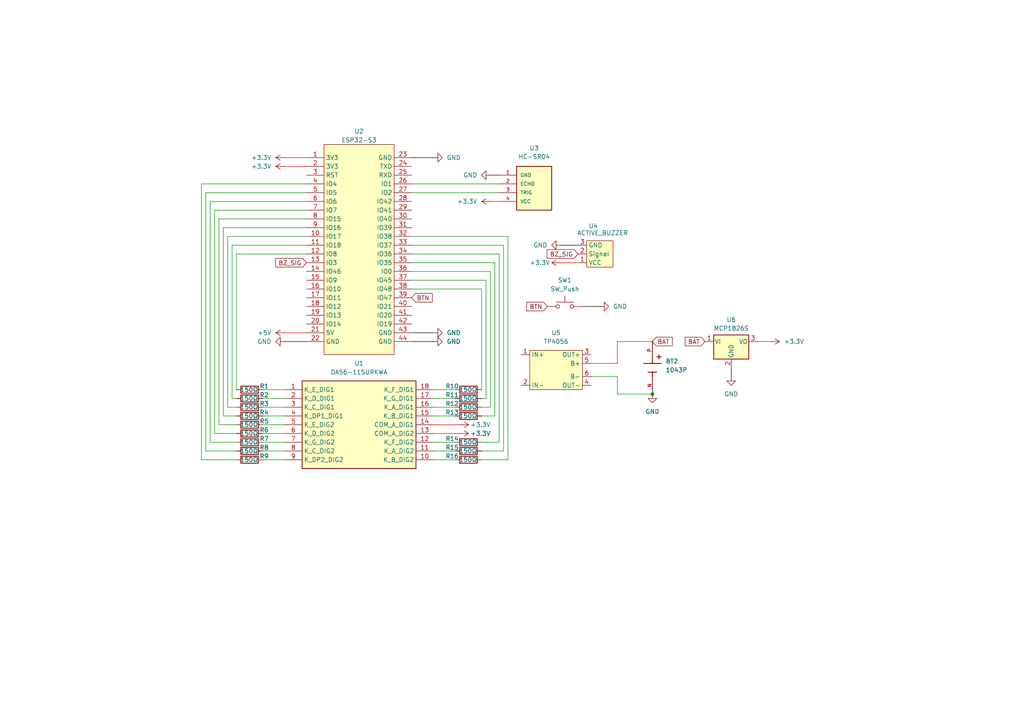
<source format=kicad_sch>
(kicad_sch (version 20231120) (generator "eeschema") (generator_version "8.0")
  (paper "A4")
  (lib_symbols
    (symbol "1043P:1043P" (pin_names (offset 1.016) hide)
      (property "Reference" "BT" (at -3.81 3.81 0))
      (property "Value" "1043P" (at -3.81 -5.08 0))
      (symbol "1043P_0_0"
        (polyline (pts (xy -3.81 1.905) (xy -2.54 1.905)) (stroke (width 0.254)))
        (polyline (pts (xy -3.175 2.54) (xy -3.175 1.27)) (stroke (width 0.254)))
        (polyline (pts (xy -1.27 0) (xy -2.54 0)) (stroke (width 0.254)))
        (polyline (pts (xy -1.27 0) (xy -1.27 -2.54)) (stroke (width 0.254)))
        (polyline (pts (xy -1.27 2.54) (xy -1.27 0)) (stroke (width 0.254)))
        (polyline (pts (xy 1.27 0) (xy 1.27 -1.27)) (stroke (width 0.254)))
        (polyline (pts (xy 1.27 0) (xy 2.54 0)) (stroke (width 0.254)))
        (polyline (pts (xy 1.27 1.27) (xy 1.27 0)) (stroke (width 0.254)))
        (pin passive line (at 7.62 0 180) (length 5.08) (name "~") (number "N"))
        (pin passive line (at -7.62 0 0) (length 5.08) (name "~") (number "P"))
      )
    )
    (symbol "7-segment:DA56-11SURKWA"
      (property "Reference" "DS" (at 39.37 7.62 0))
      (property "Value" "DA56-11SURKWA" (at 39.37 5.08 0))
      (symbol "DA56-11SURKWA_1_1"
        (rectangle (start 5.08 2.54) (end 38.1 -22.86) (stroke (width 0.254)) (fill (type background)))
        (pin passive line (at 0 0 0) (length 5.08) (name "K_E_DIG1") (number "1"))
        (pin passive line (at 43.18 -20.32 180) (length 5.08) (name "K_B_DIG2") (number "10"))
        (pin passive line (at 43.18 -17.78 180) (length 5.08) (name "K_A_DIG2") (number "11"))
        (pin passive line (at 43.18 -15.24 180) (length 5.08) (name "K_F_DIG2") (number "12"))
        (pin passive line (at 43.18 -12.7 180) (length 5.08) (name "COM_A_DIG2") (number "13"))
        (pin passive line (at 43.18 -10.16 180) (length 5.08) (name "COM_A_DIG1") (number "14"))
        (pin passive line (at 43.18 -7.62 180) (length 5.08) (name "K_B_DIG1") (number "15"))
        (pin passive line (at 43.18 -5.08 180) (length 5.08) (name "K_A_DIG1") (number "16"))
        (pin passive line (at 43.18 -2.54 180) (length 5.08) (name "K_G_DIG1") (number "17"))
        (pin passive line (at 43.18 0 180) (length 5.08) (name "K_F_DIG1") (number "18"))
        (pin passive line (at 0 -2.54 0) (length 5.08) (name "K_D_DIG1") (number "2"))
        (pin passive line (at 0 -5.08 0) (length 5.08) (name "K_C_DIG1") (number "3"))
        (pin passive line (at 0 -7.62 0) (length 5.08) (name "K_DP1_DIG1") (number "4"))
        (pin passive line (at 0 -10.16 0) (length 5.08) (name "K_E_DIG2") (number "5"))
        (pin passive line (at 0 -12.7 0) (length 5.08) (name "K_D_DIG2") (number "6"))
        (pin passive line (at 0 -15.24 0) (length 5.08) (name "K_G_DIG2") (number "7"))
        (pin passive line (at 0 -17.78 0) (length 5.08) (name "K_C_DIG2") (number "8"))
        (pin passive line (at 0 -20.32 0) (length 5.08) (name "K_DP2_DIG2") (number "9"))
      )
    )
    (symbol "Device:R" (pin_numbers hide) (pin_names (offset 0))
      (property "Reference" "R" (at 2.032 0 90))
      (property "Value" "R" (at 0 0 90))
      (symbol "R_0_1"
        (rectangle (start -1.016 -2.54) (end 1.016 2.54) (stroke (width 0.254)))
      )
      (symbol "R_1_1"
        (pin passive line (at 0 3.81 270) (length 1.27) (name "~") (number "1"))
        (pin passive line (at 0 -3.81 90) (length 1.27) (name "~") (number "2"))
      )
    )
    (symbol "ESP32-S3_DEV_KIT_N16R8:esp32-s3-dev-kit-n8r8"
      (property "Reference" "U" (at -9.144 31.496 0))
      (symbol "esp32-s3-dev-kit-n8r8_1_1"
        (rectangle (start -10.16 29.21) (end 10.16 -31.75) (fill (type background)))
        (pin power_in line (at -15.24 25.4 0) (length 5.08) (name "3V3") (number "1"))
        (pin bidirectional line (at -15.24 2.54 0) (length 5.08) (name "IO17") (number "10"))
        (pin bidirectional line (at -15.24 0 0) (length 5.08) (name "IO18") (number "11"))
        (pin bidirectional line (at -15.24 -2.54 0) (length 5.08) (name "IO8") (number "12"))
        (pin bidirectional line (at -15.24 -5.08 0) (length 5.08) (name "IO3") (number "13"))
        (pin bidirectional line (at -15.24 -7.62 0) (length 5.08) (name "IO46") (number "14"))
        (pin bidirectional line (at -15.24 -10.16 0) (length 5.08) (name "IO9") (number "15"))
        (pin bidirectional line (at -15.24 -12.7 0) (length 5.08) (name "IO10") (number "16"))
        (pin bidirectional line (at -15.24 -15.24 0) (length 5.08) (name "IO11") (number "17"))
        (pin bidirectional line (at -15.24 -17.78 0) (length 5.08) (name "IO12") (number "18"))
        (pin bidirectional line (at -15.24 -20.32 0) (length 5.08) (name "IO13") (number "19"))
        (pin power_in line (at -15.24 22.86 0) (length 5.08) (name "3V3") (number "2"))
        (pin bidirectional line (at -15.24 -22.86 0) (length 5.08) (name "IO14") (number "20"))
        (pin power_in line (at -15.24 -25.4 0) (length 5.08) (name "5V") (number "21"))
        (pin power_in line (at -15.24 -27.94 0) (length 5.08) (name "GND") (number "22"))
        (pin power_in line (at 15.24 25.4 180) (length 5.08) (name "GND") (number "23"))
        (pin bidirectional line (at 15.24 22.86 180) (length 5.08) (name "TXD") (number "24"))
        (pin bidirectional line (at 15.24 20.32 180) (length 5.08) (name "RXD") (number "25"))
        (pin bidirectional line (at 15.24 17.78 180) (length 5.08) (name "IO1") (number "26"))
        (pin bidirectional line (at 15.24 15.24 180) (length 5.08) (name "IO2") (number "27"))
        (pin bidirectional line (at 15.24 12.7 180) (length 5.08) (name "IO42") (number "28"))
        (pin bidirectional line (at 15.24 10.16 180) (length 5.08) (name "IO41") (number "29"))
        (pin bidirectional line (at -15.24 20.32 0) (length 5.08) (name "RST") (number "3"))
        (pin bidirectional line (at 15.24 7.62 180) (length 5.08) (name "IO40") (number "30"))
        (pin bidirectional line (at 15.24 5.08 180) (length 5.08) (name "IO39") (number "31"))
        (pin bidirectional line (at 15.24 2.54 180) (length 5.08) (name "IO38") (number "32"))
        (pin bidirectional line (at 15.24 0 180) (length 5.08) (name "IO37") (number "33"))
        (pin bidirectional line (at 15.24 -2.54 180) (length 5.08) (name "IO36") (number "34"))
        (pin bidirectional line (at 15.24 -5.08 180) (length 5.08) (name "IO35") (number "35"))
        (pin bidirectional line (at 15.24 -7.62 180) (length 5.08) (name "IO0") (number "36"))
        (pin bidirectional line (at 15.24 -10.16 180) (length 5.08) (name "IO45") (number "37"))
        (pin bidirectional line (at 15.24 -12.7 180) (length 5.08) (name "IO48") (number "38"))
        (pin bidirectional line (at 15.24 -15.24 180) (length 5.08) (name "IO47") (number "39"))
        (pin bidirectional line (at -15.24 17.78 0) (length 5.08) (name "IO4") (number "4"))
        (pin bidirectional line (at 15.24 -17.78 180) (length 5.08) (name "IO21") (number "40"))
        (pin bidirectional line (at 15.24 -20.32 180) (length 5.08) (name "IO20") (number "41"))
        (pin bidirectional line (at 15.24 -22.86 180) (length 5.08) (name "IO19") (number "42"))
        (pin power_in line (at 15.24 -25.4 180) (length 5.08) (name "GND") (number "43"))
        (pin power_in line (at 15.24 -27.94 180) (length 5.08) (name "GND") (number "44"))
        (pin bidirectional line (at -15.24 15.24 0) (length 5.08) (name "IO5") (number "5"))
        (pin bidirectional line (at -15.24 12.7 0) (length 5.08) (name "IO6") (number "6"))
        (pin bidirectional line (at -15.24 10.16 0) (length 5.08) (name "IO7") (number "7"))
        (pin bidirectional line (at -15.24 7.62 0) (length 5.08) (name "IO15") (number "8"))
        (pin bidirectional line (at -15.24 5.08 0) (length 5.08) (name "IO16") (number "9"))
      )
    )
    (symbol "Regulator_Linear:MCP1826S" (pin_names (offset 0.254))
      (property "Reference" "U" (at -3.81 3.175 0))
      (property "Value" "MCP1826S" (at 0 3.175 0))
      (symbol "MCP1826S_0_1"
        (rectangle (start -5.08 1.905) (end 5.08 -5.08) (stroke (width 0.254)) (fill (type background)))
      )
      (symbol "MCP1826S_1_1"
        (pin power_in line (at -7.62 0 0) (length 2.54) (name "VI") (number "1"))
        (pin power_in line (at 0 -7.62 90) (length 2.54) (name "GND") (number "2"))
        (pin power_out line (at 7.62 0 180) (length 2.54) (name "VO") (number "3"))
      )
    )
    (symbol "Switch:SW_Push" (pin_numbers hide) (pin_names (offset 1.016) hide)
      (property "Reference" "SW" (at 1.27 2.54 0))
      (property "Value" "SW_Push" (at 0 -1.524 0))
      (symbol "SW_Push_0_1"
        (circle (center -2.032 0) (radius 0.508))
        (polyline (pts (xy 0 1.27) (xy 0 3.048)))
        (polyline (pts (xy 2.54 1.27) (xy -2.54 1.27)))
        (circle (center 2.032 0) (radius 0.508))
        (pin passive line (at -5.08 0 0) (length 2.54) (name "1") (number "1"))
        (pin passive line (at 5.08 0 180) (length 2.54) (name "2") (number "2"))
      )
    )
    (symbol "buzzer:active_buzzer"
      (property "Reference" "U4" (at 3.302 -8.128 0))
      (property "Value" "ACTIVE_BUZZER" (at 6.604 -6.096 0))
      (symbol "active_buzzer_1_1"
        (rectangle (start -3.81 3.81) (end 3.81 -3.81) (fill (type background)))
        (pin power_in line (at 6.35 2.54 180) (length 2.54) (name "VCC") (number "1"))
        (pin input line (at 6.35 0 180) (length 2.54) (name "Signal") (number "2"))
        (pin power_in line (at 6.35 -2.54 180) (length 2.54) (name "GND") (number "3"))
      )
    )
    (symbol "hc-sr04:4007" (pin_names (offset 1.016))
      (property "Reference" "U3" (at 0 12.7 0))
      (property "Value" "HC-SR04" (at 0 10.16 0))
      (symbol "4007_0_0"
        (rectangle (start -5.08 -5.08) (end 5.08 7.62) (stroke (width 0.254)) (fill (type background)))
        (pin power_in line (at 10.16 -2.54 180) (length 5.08) (name "GND") (number "1"))
        (pin passive line (at 10.16 0 180) (length 5.08) (name "ECHO") (number "2"))
        (pin passive line (at 10.16 2.54 180) (length 5.08) (name "TRIG") (number "3"))
        (pin power_in line (at 10.16 5.08 180) (length 5.08) (name "VCC") (number "4"))
      )
    )
    (symbol "power:+3.3V" (power) (pin_numbers hide) (pin_names (offset 0) hide)
      (property "Value" "+3.3V" (at 0 3.556 0))
      (symbol "+3.3V_0_1"
        (polyline (pts (xy -0.762 1.27) (xy 0 2.54)))
        (polyline (pts (xy 0 0) (xy 0 2.54)))
        (polyline (pts (xy 0 2.54) (xy 0.762 1.27)))
      )
      (symbol "+3.3V_1_1"
        (pin power_in line (at 0 0 90) (length 0) (name "~") (number "1"))
      )
    )
    (symbol "power:+5V" (power) (pin_numbers hide) (pin_names (offset 0) hide)
      (property "Value" "+5V" (at 0 3.556 0))
      (symbol "+5V_0_1"
        (polyline (pts (xy -0.762 1.27) (xy 0 2.54)))
        (polyline (pts (xy 0 0) (xy 0 2.54)))
        (polyline (pts (xy 0 2.54) (xy 0.762 1.27)))
      )
      (symbol "+5V_1_1"
        (pin power_in line (at 0 0 90) (length 0) (name "~") (number "1"))
      )
    )
    (symbol "power:GND" (power) (pin_numbers hide) (pin_names (offset 0) hide)
      (property "Value" "GND" (at 0 -3.81 0))
      (symbol "GND_0_1"
        (polyline (pts (xy 0 0) (xy 0 -1.27) (xy 1.27 -1.27) (xy 0 -2.54) (xy -1.27 -1.27) (xy 0 -1.27)))
      )
      (symbol "GND_1_1"
        (pin power_in line (at 0 0 270) (length 0) (name "~") (number "1"))
      )
    )
    (symbol "tp4056:tp4056"
      (property "Reference" "U5" (at -1.27 8.89 0))
      (property "Value" "tp4056" (at -1.27 6.35 0))
      (symbol "tp4056_0_1"
        (rectangle (start -8.89 5.08) (end 6.35 -6.35) (fill (type background)))
      )
      (symbol "tp4056_1_1"
        (pin power_in line (at -11.43 3.81 0) (length 2.54) (name "IN+") (number "1"))
        (pin power_in line (at -11.43 -5.08 0) (length 2.54) (name "IN-") (number "2"))
        (pin power_out line (at 8.89 3.81 180) (length 2.54) (name "OUT+") (number "3"))
        (pin power_out line (at 8.89 -5.08 180) (length 2.54) (name "OUT-") (number "4"))
        (pin power_in line (at 8.89 1.27 180) (length 2.54) (name "B+") (number "5"))
        (pin power_in line (at 8.89 -2.54 180) (length 2.54) (name "B-") (number "6"))
      )
    )
  )
  (junction (at 189.23 114.3))
  (wire (pts (xy 59.69 130.81) (xy 59.69 55.88)))
  (wire (pts (xy 119.38 81.28) (xy 140.97 81.28)))
  (wire (pts (xy 68.58 123.19) (xy 63.5 123.19)))
  (wire (pts (xy 68.58 125.73) (xy 62.23 125.73)))
  (wire (pts (xy 60.96 128.27) (xy 60.96 58.42)))
  (wire (pts (xy 125.73 120.65) (xy 132.08 120.65)))
  (wire (pts (xy 62.23 60.96) (xy 88.9 60.96)))
  (wire (pts (xy 133.35 125.73) (xy 125.73 125.73)) (stroke (width 0) (color 255 0 0 1)))
  (wire (pts (xy 119.38 71.12) (xy 146.05 71.12)))
  (wire (pts (xy 189.23 114.3) (xy 179.07 114.3)))
  (wire (pts (xy 68.58 73.66) (xy 88.9 73.66)))
  (wire (pts (xy 219.71 99.06) (xy 223.52 99.06)) (stroke (width 0) (color 255 0 0 1)))
  (wire (pts (xy 76.2 118.11) (xy 82.55 118.11)))
  (wire (pts (xy 125.73 130.81) (xy 132.08 130.81)))
  (wire (pts (xy 76.2 115.57) (xy 82.55 115.57)))
  (wire (pts (xy 139.7 113.03) (xy 139.7 83.82)))
  (wire (pts (xy 142.24 118.11) (xy 142.24 78.74)))
  (wire (pts (xy 62.23 125.73) (xy 62.23 60.96)))
  (wire (pts (xy 179.07 99.06) (xy 179.07 105.41)) (stroke (width 0) (color 255 0 0 1)))
  (wire (pts (xy 68.58 130.81) (xy 59.69 130.81)))
  (wire (pts (xy 119.38 53.34) (xy 144.78 53.34)))
  (wire (pts (xy 76.2 120.65) (xy 82.55 120.65)))
  (wire (pts (xy 68.58 128.27) (xy 60.96 128.27)))
  (wire (pts (xy 119.38 45.72) (xy 125.73 45.72)) (stroke (width 0) (color 0 0 0 1)))
  (wire (pts (xy 144.78 128.27) (xy 144.78 73.66)))
  (wire (pts (xy 125.73 115.57) (xy 132.08 115.57)))
  (wire (pts (xy 139.7 130.81) (xy 146.05 130.81)))
  (wire (pts (xy 76.2 123.19) (xy 82.55 123.19)))
  (wire (pts (xy 68.58 115.57) (xy 67.31 115.57)))
  (wire (pts (xy 139.7 118.11) (xy 142.24 118.11)))
  (wire (pts (xy 125.73 118.11) (xy 132.08 118.11)))
  (wire (pts (xy 167.64 76.2) (xy 162.56 76.2)) (stroke (width 0) (color 255 0 0 1)))
  (wire (pts (xy 76.2 133.35) (xy 82.55 133.35)))
  (wire (pts (xy 139.7 120.65) (xy 143.51 120.65)))
  (wire (pts (xy 142.24 78.74) (xy 119.38 78.74)))
  (wire (pts (xy 133.35 123.19) (xy 125.73 123.19)) (stroke (width 0) (color 255 0 0 1)))
  (wire (pts (xy 146.05 130.81) (xy 146.05 71.12)))
  (wire (pts (xy 68.58 113.03) (xy 68.58 73.66)))
  (wire (pts (xy 119.38 73.66) (xy 144.78 73.66)))
  (wire (pts (xy 59.69 55.88) (xy 88.9 55.88)))
  (wire (pts (xy 63.5 123.19) (xy 63.5 63.5)))
  (wire (pts (xy 119.38 83.82) (xy 139.7 83.82)))
  (wire (pts (xy 82.55 96.52) (xy 88.9 96.52)) (stroke (width 0) (color 255 0 0 1)))
  (wire (pts (xy 125.73 113.03) (xy 132.08 113.03)))
  (wire (pts (xy 142.24 58.42) (xy 144.78 58.42)) (stroke (width 0) (color 255 0 0 1)))
  (wire (pts (xy 58.42 133.35) (xy 58.42 53.34)))
  (wire (pts (xy 119.38 99.06) (xy 125.73 99.06)) (stroke (width 0) (color 0 0 0 1)))
  (wire (pts (xy 119.38 55.88) (xy 144.78 55.88)))
  (wire (pts (xy 144.78 50.8) (xy 142.24 50.8)) (stroke (width 0) (color 0 0 0 1)))
  (wire (pts (xy 125.73 128.27) (xy 132.08 128.27)))
  (wire (pts (xy 167.64 71.12) (xy 162.56 71.12)) (stroke (width 0) (color 0 0 0 1)))
  (wire (pts (xy 139.7 133.35) (xy 147.32 133.35)))
  (wire (pts (xy 64.77 66.04) (xy 88.9 66.04)))
  (wire (pts (xy 171.45 109.22) (xy 179.07 109.22)))
  (wire (pts (xy 82.55 45.72) (xy 88.9 45.72)) (stroke (width 0) (color 255 0 0 1)))
  (wire (pts (xy 179.07 114.3) (xy 179.07 109.22)))
  (wire (pts (xy 119.38 96.52) (xy 125.73 96.52)) (stroke (width 0) (color 0 0 0 1)))
  (wire (pts (xy 68.58 118.11) (xy 66.04 118.11)))
  (wire (pts (xy 64.77 120.65) (xy 64.77 66.04)))
  (wire (pts (xy 147.32 133.35) (xy 147.32 68.58)))
  (wire (pts (xy 179.07 105.41) (xy 171.45 105.41)) (stroke (width 0) (color 255 0 0 1)))
  (wire (pts (xy 119.38 68.58) (xy 147.32 68.58)))
  (wire (pts (xy 58.42 53.34) (xy 88.9 53.34)))
  (wire (pts (xy 140.97 115.57) (xy 140.97 81.28)))
  (wire (pts (xy 67.31 115.57) (xy 67.31 71.12)))
  (wire (pts (xy 119.38 76.2) (xy 143.51 76.2)))
  (wire (pts (xy 63.5 63.5) (xy 88.9 63.5)))
  (wire (pts (xy 168.91 88.9) (xy 173.99 88.9)) (stroke (width 0) (color 0 0 0 1)))
  (wire (pts (xy 143.51 120.65) (xy 143.51 76.2)))
  (wire (pts (xy 125.73 133.35) (xy 132.08 133.35)))
  (wire (pts (xy 82.55 48.26) (xy 88.9 48.26)) (stroke (width 0) (color 255 0 0 1)))
  (wire (pts (xy 76.2 125.73) (xy 82.55 125.73)))
  (wire (pts (xy 212.09 106.68) (xy 212.09 109.22)) (stroke (width 0) (color 0 0 0 1)))
  (wire (pts (xy 82.55 99.06) (xy 88.9 99.06)) (stroke (width 0) (color 0 0 0 1)))
  (wire (pts (xy 139.7 115.57) (xy 140.97 115.57)))
  (wire (pts (xy 67.31 71.12) (xy 88.9 71.12)))
  (wire (pts (xy 66.04 68.58) (xy 88.9 68.58)))
  (wire (pts (xy 76.2 113.03) (xy 82.55 113.03)))
  (wire (pts (xy 68.58 133.35) (xy 58.42 133.35)))
  (wire (pts (xy 76.2 128.27) (xy 82.55 128.27)))
  (wire (pts (xy 66.04 118.11) (xy 66.04 68.58)))
  (wire (pts (xy 189.23 99.06) (xy 179.07 99.06)) (stroke (width 0) (color 255 0 0 1)))
  (wire (pts (xy 60.96 58.42) (xy 88.9 58.42)))
  (wire (pts (xy 68.58 120.65) (xy 64.77 120.65)))
  (wire (pts (xy 76.2 130.81) (xy 82.55 130.81)))
  (wire (pts (xy 139.7 128.27) (xy 144.78 128.27)))
  (global_label "BAT" (shape input) (at 189.23 99.06 0) (property "Intersheetrefs" "${INTERSHEET_REFS}" (effects (hide yes))))
  (global_label "BAT" (shape input) (at 204.47 99.06 180) (property "Intersheetrefs" "${INTERSHEET_REFS}" (effects (hide yes))))
  (global_label "BTN" (shape input) (at 158.75 88.9 180) (property "Intersheetrefs" "${INTERSHEET_REFS}" (effects (hide yes))))
  (global_label "BZ_SIG" (shape input) (at 88.9 76.2 180) (property "Intersheetrefs" "${INTERSHEET_REFS}" (effects (hide yes))))
  (global_label "BTN" (shape input) (at 119.38 86.36 0) (property "Intersheetrefs" "${INTERSHEET_REFS}" (effects (hide yes))))
  (global_label "BZ_SIG" (shape input) (at 167.64 73.66 180) (property "Intersheetrefs" "${INTERSHEET_REFS}" (effects (hide yes))))
  (symbol (lib_id "buzzer:active_buzzer") (at 173.99 73.66 180) (unit 1)
    (property "Reference" "U4" (at 170.688 65.532 0) (effects (justify right)))
    (property "Value" "ACTIVE_BUZZER" (at 167.386 67.564 0) (effects (justify right)))
    (property "Footprint" "Connector_PinSocket_2.54mm:PinSocket_1x03_P2.54mm_Horizontal" (effects (hide yes)))
  )
  (symbol (lib_id "Device:R") (at 72.39 128.27 90) (unit 1)
    (property "Reference" "R7" (at 77.978 127.254 90) (effects (justify left)))
    (property "Value" "150Ω" (at 74.93 128.27 90) (effects (justify left)))
    (property "Footprint" "Resistor_THT:R_Axial_DIN0207_L6.3mm_D2.5mm_P10.16mm_Horizontal" (effects (hide yes)))
    (property "Description" "Resistor" (effects (hide yes)))
  )
  (symbol (lib_id "power:+3.3V") (at 162.56 76.2 90) (unit 1)
    (property "Reference" "#PWR013" (effects (hide yes)))
    (property "Value" "+3.3V" (at 159.512 76.2 90) (effects (justify left)))
    (property "Description" "Power symbol creates a global label with name \"+3.3V\"" (effects (hide yes)))
  )
  (symbol (lib_id "power:GND") (at 189.23 114.3 0) (unit 1)
    (property "Reference" "#PWR017" (effects (hide yes)))
    (property "Value" "GND" (at 189.23 119.38 0))
    (property "Description" "Power symbol creates a global label with name \"GND\" , ground" (effects (hide yes)))
  )
  (symbol (lib_id "power:+3.3V") (at 142.24 58.42 90) (unit 1)
    (property "Reference" "#PWR011" (effects (hide yes)))
    (property "Value" "+3.3V" (at 138.43 58.4199 90) (effects (justify left)))
    (property "Description" "Power symbol creates a global label with name \"+3.3V\"" (effects (hide yes)))
  )
  (symbol (lib_id "7-segment:DA56-11SURKWA") (at 82.55 113.03 0) (unit 1)
    (property "Reference" "U1" (at 104.14 105.41 0))
    (property "Value" "DA56-11SURKWA" (at 104.14 107.95 0))
    (property "Footprint" "DIPS1524W75P254L2500H825Q18N" (effects (hide yes)))
    (property "Datasheet" "https://www.kingbrightusa.com/images/catalog/SPEC/DA56-11SURKWA.pdf" (effects (hide yes)))
    (property "Description" "KINGBRIGHT - DA56-11SURKWA - 7 Segment LED Display, Mechanically Rugged, Red, 20 mA, 1.95 V, 85 mcd, 2, 14.22 mm" (effects (hide yes)))
    (property "Height" "8.25" (effects (hide yes)))
    (property "Manufacturer_Name" "Kingbright" (effects (hide yes)))
    (property "Manufacturer_Part_Number" "DA56-11SURKWA" (effects (hide yes)))
    (property "Mouser Part Number" "604-DA56-11SURKWA" (effects (hide yes)))
    (property "Mouser Price/Stock" "https://www.mouser.co.uk/ProductDetail/Kingbright/DA56-11SURKWA?qs=2JU0tDl2GZ1a5qCFi%252BogTw%3D%3D" (effects (hide yes)))
  )
  (symbol (lib_id "power:+3.3V") (at 133.35 123.19 270) (unit 1)
    (property "Reference" "#PWR08" (effects (hide yes)))
    (property "Value" "+3.3V" (at 136.398 123.19 90) (effects (justify left)))
    (property "Description" "Power symbol creates a global label with name \"+3.3V\"" (effects (hide yes)))
  )
  (symbol (lib_id "power:GND") (at 125.73 99.06 90) (unit 1)
    (property "Reference" "#PWR07" (effects (hide yes)))
    (property "Value" "GND" (at 129.54 99.0599 90) (effects (justify right)))
    (property "Description" "Power symbol creates a global label with name \"GND\" , ground" (effects (hide yes)))
  )
  (symbol (lib_id "1043P:1043P") (at 189.23 106.68 270) (unit 1)
    (property "Reference" "BT2" (at 193.04 104.7749 90) (effects (justify left)))
    (property "Value" "1043P" (at 193.04 107.3149 90) (effects (justify left)))
    (property "Footprint" "BAT_1043P" (effects (hide yes)))
    (property "MF" "Keystone Electronics" (effects (hide yes)))
    (property "MAXIMUM_PACKAGE_HEIGHT" "15.11mm" (effects (hide yes)))
    (property "Package" "None" (effects (hide yes)))
    (property "Price" "None" (effects (hide yes)))
    (property "Check_prices" "https://www.snapeda.com/parts/1043P/Keystone/view-part/?ref=eda" (effects (hide yes)))
    (property "STANDARD" "Manufacturer Recommendations" (effects (hide yes)))
    (property "PARTREV" "D" (effects (hide yes)))
    (property "SnapEDA_Link" "https://www.snapeda.com/parts/1043P/Keystone/view-part/?ref=snap" (effects (hide yes)))
    (property "MP" "1043P" (effects (hide yes)))
    (property "Description_1" "\\n                        \\n                            Battery Holder; Polarized; THM; For Cell 18650 | Keystone Electronics 1043P\\n                        \\n" (effects (hide yes)))
    (property "MANUFACTURER" "Keystone" (effects (hide yes)))
    (property "Availability" "In Stock" (effects (hide yes)))
    (property "SNAPEDA_PN" "1043P" (effects (hide yes)))
  )
  (symbol (lib_id "power:GND") (at 173.99 88.9 90) (unit 1)
    (property "Reference" "#PWR014" (effects (hide yes)))
    (property "Value" "GND" (at 177.8 88.8999 90) (effects (justify right)))
    (property "Description" "Power symbol creates a global label with name \"GND\" , ground" (effects (hide yes)))
  )
  (symbol (lib_id "Device:R") (at 135.89 115.57 90) (unit 1)
    (property "Reference" "R11" (at 133.096 114.554 90) (effects (justify left)))
    (property "Value" "150Ω" (at 138.43 115.57 90) (effects (justify left)))
    (property "Footprint" "Resistor_THT:R_Axial_DIN0207_L6.3mm_D2.5mm_P10.16mm_Horizontal" (effects (hide yes)))
    (property "Description" "Resistor" (effects (hide yes)))
  )
  (symbol (lib_id "Device:R") (at 72.39 123.19 90) (unit 1)
    (property "Reference" "R5" (at 77.978 122.174 90) (effects (justify left)))
    (property "Value" "150Ω" (at 74.93 123.19 90) (effects (justify left)))
    (property "Footprint" "Resistor_THT:R_Axial_DIN0207_L6.3mm_D2.5mm_P10.16mm_Horizontal" (effects (hide yes)))
    (property "Description" "Resistor" (effects (hide yes)))
  )
  (symbol (lib_id "power:GND") (at 142.24 50.8 270) (unit 1)
    (property "Reference" "#PWR010" (effects (hide yes)))
    (property "Value" "GND" (at 138.43 50.8001 90) (effects (justify right)))
    (property "Description" "Power symbol creates a global label with name \"GND\" , ground" (effects (hide yes)))
  )
  (symbol (lib_id "tp4056:tp4056") (at 162.56 106.68 0) (unit 1)
    (property "Reference" "U5" (at 161.29 96.52 0))
    (property "Value" "TP4056" (at 161.29 99.06 0))
    (property "Footprint" "tp4056:TP4056-18650" (effects (hide yes)))
  )
  (symbol (lib_id "power:+3.3V") (at 133.35 125.73 270) (unit 1)
    (property "Reference" "#PWR09" (effects (hide yes)))
    (property "Value" "+3.3V" (at 136.398 125.73 90) (effects (justify left)))
    (property "Description" "Power symbol creates a global label with name \"+3.3V\"" (effects (hide yes)))
  )
  (symbol (lib_id "power:+3.3V") (at 82.55 45.72 90) (unit 1)
    (property "Reference" "#PWR01" (effects (hide yes)))
    (property "Value" "+3.3V" (at 78.74 45.7199 90) (effects (justify left)))
    (property "Description" "Power symbol creates a global label with name \"+3.3V\"" (effects (hide yes)))
  )
  (symbol (lib_id "power:GND") (at 162.56 71.12 270) (unit 1)
    (property "Reference" "#PWR012" (effects (hide yes)))
    (property "Value" "GND" (at 158.75 71.1201 90) (effects (justify right)))
    (property "Description" "Power symbol creates a global label with name \"GND\" , ground" (effects (hide yes)))
  )
  (symbol (lib_id "power:+5V") (at 82.55 96.52 90) (unit 1)
    (property "Reference" "#PWR03" (effects (hide yes)))
    (property "Value" "+5V" (at 78.74 96.5199 90) (effects (justify left)))
    (property "Description" "Power symbol creates a global label with name \"+5V\"" (effects (hide yes)))
  )
  (symbol (lib_id "Regulator_Linear:MCP1826S") (at 212.09 99.06 0) (unit 1)
    (property "Reference" "U6" (at 212.09 92.71 0))
    (property "Value" "MCP1826S" (at 212.09 95.25 0))
    (property "Footprint" "ldo:TO254P482X1024X3124-3P" (effects (hide yes)))
    (property "Datasheet" "http://ww1.microchip.com/downloads/en/DeviceDoc/22057B.pdf" (effects (hide yes)))
    (property "Description" "1000mA, Low-Voltage, Low Quiescent Current LDO Regulator, SOT-223, TO-220, TO-263" (effects (hide yes)))
  )
  (symbol (lib_id "Device:R") (at 135.89 120.65 90) (unit 1)
    (property "Reference" "R13" (at 133.096 119.634 90) (effects (justify left)))
    (property "Value" "150Ω" (at 138.43 120.65 90) (effects (justify left)))
    (property "Footprint" "Resistor_THT:R_Axial_DIN0207_L6.3mm_D2.5mm_P10.16mm_Horizontal" (effects (hide yes)))
    (property "Description" "Resistor" (effects (hide yes)))
  )
  (symbol (lib_id "Device:R") (at 72.39 133.35 90) (unit 1)
    (property "Reference" "R9" (at 77.978 132.334 90) (effects (justify left)))
    (property "Value" "150Ω" (at 74.93 133.35 90) (effects (justify left)))
    (property "Footprint" "Resistor_THT:R_Axial_DIN0207_L6.3mm_D2.5mm_P10.16mm_Horizontal" (effects (hide yes)))
    (property "Description" "Resistor" (effects (hide yes)))
  )
  (symbol (lib_id "power:GND") (at 125.73 45.72 90) (unit 1)
    (property "Reference" "#PWR05" (effects (hide yes)))
    (property "Value" "GND" (at 129.54 45.7199 90) (effects (justify right)))
    (property "Description" "Power symbol creates a global label with name \"GND\" , ground" (effects (hide yes)))
  )
  (symbol (lib_id "power:+3.3V") (at 223.52 99.06 270) (unit 1)
    (property "Reference" "#PWR015" (effects (hide yes)))
    (property "Value" "+3.3V" (at 227.33 99.0599 90) (effects (justify left)))
    (property "Description" "Power symbol creates a global label with name \"+3.3V\"" (effects (hide yes)))
  )
  (symbol (lib_id "Device:R") (at 135.89 113.03 90) (unit 1)
    (property "Reference" "R10" (at 133.096 112.014 90) (effects (justify left)))
    (property "Value" "150Ω" (at 138.43 113.03 90) (effects (justify left)))
    (property "Footprint" "Resistor_THT:R_Axial_DIN0207_L6.3mm_D2.5mm_P10.16mm_Horizontal" (effects (hide yes)))
    (property "Description" "Resistor" (effects (hide yes)))
  )
  (symbol (lib_id "Device:R") (at 72.39 120.65 90) (unit 1)
    (property "Reference" "R4" (at 77.978 119.634 90) (effects (justify left)))
    (property "Value" "150Ω" (at 74.93 120.65 90) (effects (justify left)))
    (property "Footprint" "Resistor_THT:R_Axial_DIN0207_L6.3mm_D2.5mm_P10.16mm_Horizontal" (effects (hide yes)))
    (property "Description" "Resistor" (effects (hide yes)))
  )
  (symbol (lib_id "Switch:SW_Push") (at 163.83 88.9 0) (unit 1)
    (property "Reference" "SW1" (at 163.83 81.28 0))
    (property "Value" "SW_Push" (at 163.83 83.82 0))
    (property "Footprint" "Connector_PinSocket_2.54mm:PinSocket_1x02_P2.54mm_Horizontal" (effects (hide yes)))
    (property "Description" "Push button switch, generic, two pins" (effects (hide yes)))
  )
  (symbol (lib_id "hc-sr04:4007") (at 154.94 53.34 180) (unit 1)
    (property "Reference" "U3" (at 154.94 42.926 0))
    (property "Value" "HC-SR04" (at 154.94 45.466 0))
    (property "Footprint" "Connector_PinSocket_2.54mm:PinSocket_1x04_P2.54mm_Horizontal" (effects (hide yes)))
    (property "MF" "Adafruit Industries" (effects (hide yes)))
    (property "Description_1" "\n                        \n                            Ultrasonic Distance Sensor - 3V or 5V - HC-SR04 compatible - RCWL-1601\n                        \n" (effects (hide yes)))
    (property "Package" "None" (effects (hide yes)))
    (property "Price" "None" (effects (hide yes)))
    (property "Check_prices" "https://www.snapeda.com/parts/4007/Adafruit+Industries/view-part/?ref=eda" (effects (hide yes)))
    (property "STANDARD" "Manufacturer Recommendations" (effects (hide yes)))
    (property "PARTREV" "N/A" (effects (hide yes)))
    (property "SnapEDA_Link" "https://www.snapeda.com/parts/4007/Adafruit+Industries/view-part/?ref=snap" (effects (hide yes)))
    (property "MP" "4007" (effects (hide yes)))
    (property "Availability" "In Stock" (effects (hide yes)))
    (property "MANUFACTURER" "Adafruit Industries LLC" (effects (hide yes)))
  )
  (symbol (lib_id "Device:R") (at 135.89 128.27 90) (unit 1)
    (property "Reference" "R14" (at 133.096 127.254 90) (effects (justify left)))
    (property "Value" "150Ω" (at 138.43 128.27 90) (effects (justify left)))
    (property "Footprint" "Resistor_THT:R_Axial_DIN0207_L6.3mm_D2.5mm_P10.16mm_Horizontal" (effects (hide yes)))
    (property "Description" "Resistor" (effects (hide yes)))
  )
  (symbol (lib_id "Device:R") (at 72.39 130.81 90) (unit 1)
    (property "Reference" "R8" (at 77.978 129.794 90) (effects (justify left)))
    (property "Value" "150Ω" (at 74.93 130.81 90) (effects (justify left)))
    (property "Footprint" "Resistor_THT:R_Axial_DIN0207_L6.3mm_D2.5mm_P10.16mm_Horizontal" (effects (hide yes)))
    (property "Description" "Resistor" (effects (hide yes)))
  )
  (symbol (lib_id "power:GND") (at 82.55 99.06 270) (unit 1)
    (property "Reference" "#PWR04" (effects (hide yes)))
    (property "Value" "GND" (at 78.74 99.0599 90) (effects (justify right)))
    (property "Description" "Power symbol creates a global label with name \"GND\" , ground" (effects (hide yes)))
  )
  (symbol (lib_id "power:GND") (at 212.09 109.22 0) (unit 1)
    (property "Reference" "#PWR016" (effects (hide yes)))
    (property "Value" "GND" (at 212.09 114.3 0))
    (property "Description" "Power symbol creates a global label with name \"GND\" , ground" (effects (hide yes)))
  )
  (symbol (lib_id "Device:R") (at 72.39 125.73 90) (unit 1)
    (property "Reference" "R6" (at 77.978 124.714 90) (effects (justify left)))
    (property "Value" "150Ω" (at 74.93 125.73 90) (effects (justify left)))
    (property "Footprint" "Resistor_THT:R_Axial_DIN0207_L6.3mm_D2.5mm_P10.16mm_Horizontal" (effects (hide yes)))
    (property "Description" "Resistor" (effects (hide yes)))
  )
  (symbol (lib_id "Device:R") (at 135.89 133.35 90) (unit 1)
    (property "Reference" "R16" (at 133.096 132.334 90) (effects (justify left)))
    (property "Value" "150Ω" (at 138.43 133.35 90) (effects (justify left)))
    (property "Footprint" "Resistor_THT:R_Axial_DIN0207_L6.3mm_D2.5mm_P10.16mm_Horizontal" (effects (hide yes)))
    (property "Description" "Resistor" (effects (hide yes)))
  )
  (symbol (lib_id "Device:R") (at 72.39 113.03 90) (unit 1)
    (property "Reference" "R1" (at 77.978 112.014 90) (effects (justify left)))
    (property "Value" "150Ω" (at 74.93 113.03 90) (effects (justify left)))
    (property "Footprint" "Resistor_THT:R_Axial_DIN0207_L6.3mm_D2.5mm_P10.16mm_Horizontal" (effects (hide yes)))
    (property "Description" "Resistor" (effects (hide yes)))
  )
  (symbol (lib_id "Device:R") (at 72.39 115.57 90) (unit 1)
    (property "Reference" "R2" (at 77.978 114.554 90) (effects (justify left)))
    (property "Value" "150Ω" (at 74.93 115.57 90) (effects (justify left)))
    (property "Footprint" "Resistor_THT:R_Axial_DIN0207_L6.3mm_D2.5mm_P10.16mm_Horizontal" (effects (hide yes)))
    (property "Description" "Resistor" (effects (hide yes)))
  )
  (symbol (lib_id "Device:R") (at 135.89 118.11 90) (unit 1)
    (property "Reference" "R12" (at 133.096 117.094 90) (effects (justify left)))
    (property "Value" "150Ω" (at 138.43 118.11 90) (effects (justify left)))
    (property "Footprint" "Resistor_THT:R_Axial_DIN0207_L6.3mm_D2.5mm_P10.16mm_Horizontal" (effects (hide yes)))
    (property "Description" "Resistor" (effects (hide yes)))
  )
  (symbol (lib_id "power:+3.3V") (at 82.55 48.26 90) (unit 1)
    (property "Reference" "#PWR02" (effects (hide yes)))
    (property "Value" "+3.3V" (at 78.74 48.2599 90) (effects (justify left)))
    (property "Description" "Power symbol creates a global label with name \"+3.3V\"" (effects (hide yes)))
  )
  (symbol (lib_id "power:GND") (at 125.73 96.52 90) (unit 1)
    (property "Reference" "#PWR06" (effects (hide yes)))
    (property "Value" "GND" (at 129.54 96.5199 90) (effects (justify right)))
    (property "Description" "Power symbol creates a global label with name \"GND\" , ground" (effects (hide yes)))
  )
  (symbol (lib_id "Device:R") (at 135.89 130.81 90) (unit 1)
    (property "Reference" "R15" (at 133.096 129.794 90) (effects (justify left)))
    (property "Value" "150Ω" (at 138.43 130.81 90) (effects (justify left)))
    (property "Footprint" "Resistor_THT:R_Axial_DIN0207_L6.3mm_D2.5mm_P10.16mm_Horizontal" (effects (hide yes)))
    (property "Description" "Resistor" (effects (hide yes)))
  )
  (symbol (lib_id "Device:R") (at 72.39 118.11 90) (unit 1)
    (property "Reference" "R3" (at 77.978 117.094 90) (effects (justify left)))
    (property "Value" "150Ω" (at 74.93 118.11 90) (effects (justify left)))
    (property "Footprint" "Resistor_THT:R_Axial_DIN0207_L6.3mm_D2.5mm_P10.16mm_Horizontal" (effects (hide yes)))
    (property "Description" "Resistor" (effects (hide yes)))
  )
  (symbol (lib_id "ESP32-S3_DEV_KIT_N16R8:esp32-s3-dev-kit-n8r8") (at 104.14 71.12 0) (unit 1)
    (property "Reference" "U2" (at 104.14 38.1 0))
    (property "Value" "ESP32-S3" (at 104.14 40.64 0))
    (property "Footprint" "components:esp32-s3" (effects (hide yes)))
  )
)
</source>
